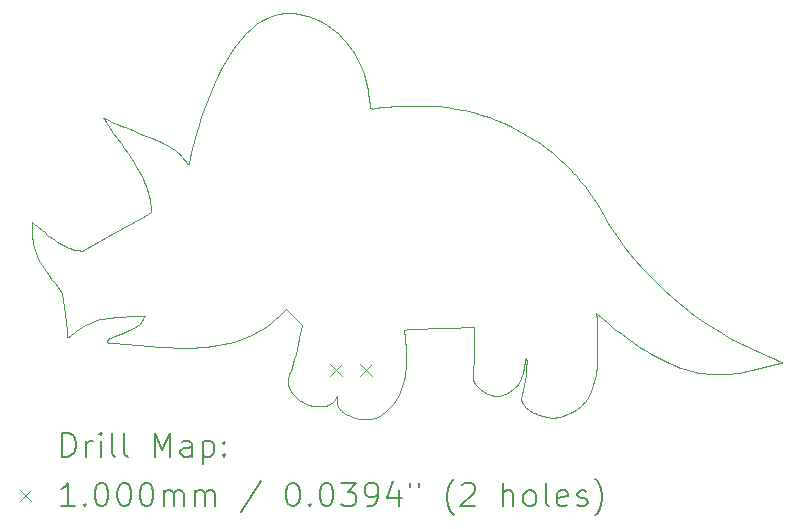
<source format=gbr>
%TF.GenerationSoftware,KiCad,Pcbnew,8.0.6+1*%
%TF.CreationDate,2024-12-11T00:22:32+00:00*%
%TF.ProjectId,Dino-Blinker,44696e6f-2d42-46c6-996e-6b65722e6b69,rev?*%
%TF.SameCoordinates,Original*%
%TF.FileFunction,Drillmap*%
%TF.FilePolarity,Positive*%
%FSLAX45Y45*%
G04 Gerber Fmt 4.5, Leading zero omitted, Abs format (unit mm)*
G04 Created by KiCad (PCBNEW 8.0.6+1) date 2024-12-11 00:22:32*
%MOMM*%
%LPD*%
G01*
G04 APERTURE LIST*
%ADD10C,0.100000*%
%ADD11C,0.200000*%
G04 APERTURE END LIST*
D10*
X13462000Y-8255000D02*
X13478352Y-8255809D01*
X13494752Y-8257134D01*
X13511147Y-8258973D01*
X13527483Y-8261320D01*
X13543706Y-8264174D01*
X13559763Y-8267530D01*
X13575599Y-8271384D01*
X13591161Y-8275734D01*
X13606395Y-8280576D01*
X13648213Y-8296055D01*
X13688528Y-8313706D01*
X13727311Y-8333499D01*
X13764535Y-8355404D01*
X13800170Y-8379392D01*
X13834189Y-8405434D01*
X13866563Y-8433501D01*
X13897264Y-8463561D01*
X13926263Y-8495588D01*
X13953532Y-8529549D01*
X13979043Y-8565417D01*
X14002768Y-8603162D01*
X14024677Y-8642754D01*
X14044742Y-8684163D01*
X14062937Y-8727361D01*
X14079230Y-8772318D01*
X14088127Y-8801322D01*
X14096927Y-8834410D01*
X14105298Y-8869896D01*
X14112905Y-8906098D01*
X14119417Y-8941329D01*
X14124500Y-8973906D01*
X14127821Y-9002144D01*
X14128717Y-9014110D01*
X14129048Y-9024360D01*
X14129098Y-9032179D01*
X14129281Y-9038998D01*
X14129466Y-9042046D01*
X14129738Y-9044860D01*
X14130113Y-9047445D01*
X14130610Y-9049807D01*
X14131246Y-9051951D01*
X14132039Y-9053883D01*
X14133006Y-9055608D01*
X14134165Y-9057131D01*
X14135534Y-9058457D01*
X14137131Y-9059592D01*
X14138972Y-9060542D01*
X14141077Y-9061311D01*
X14143461Y-9061906D01*
X14146144Y-9062331D01*
X14149142Y-9062591D01*
X14152474Y-9062693D01*
X14156157Y-9062641D01*
X14160208Y-9062442D01*
X14164646Y-9062099D01*
X14169488Y-9061619D01*
X14180454Y-9060268D01*
X14193247Y-9058433D01*
X14224883Y-9053477D01*
X14249746Y-9050086D01*
X14278774Y-9047108D01*
X14346908Y-9042400D01*
X14424445Y-9039379D01*
X14506545Y-9038071D01*
X14588369Y-9038502D01*
X14665077Y-9040698D01*
X14731831Y-9044684D01*
X14759962Y-9047357D01*
X14783790Y-9050488D01*
X14857581Y-9063306D01*
X14929802Y-9078426D01*
X15000464Y-9095852D01*
X15069577Y-9115589D01*
X15137153Y-9137643D01*
X15203200Y-9162018D01*
X15267730Y-9188721D01*
X15330753Y-9217754D01*
X15392280Y-9249125D01*
X15452321Y-9282838D01*
X15510886Y-9318897D01*
X15567986Y-9357308D01*
X15623632Y-9398077D01*
X15677834Y-9441208D01*
X15730602Y-9486705D01*
X15781946Y-9534576D01*
X15806644Y-9558815D01*
X15830173Y-9582570D01*
X15852642Y-9605977D01*
X15874155Y-9629177D01*
X15894822Y-9652305D01*
X15914747Y-9675500D01*
X15934037Y-9698900D01*
X15952800Y-9722643D01*
X15971142Y-9746867D01*
X15989169Y-9771709D01*
X16006989Y-9797307D01*
X16024707Y-9823801D01*
X16042431Y-9851326D01*
X16060268Y-9880022D01*
X16096705Y-9941476D01*
X16159060Y-10044656D01*
X16225178Y-10144481D01*
X16295012Y-10240912D01*
X16368520Y-10333911D01*
X16445657Y-10423441D01*
X16526379Y-10509464D01*
X16610642Y-10591941D01*
X16698403Y-10670835D01*
X16789617Y-10746107D01*
X16884239Y-10817721D01*
X16982227Y-10885637D01*
X17083536Y-10949818D01*
X17188122Y-11010227D01*
X17295941Y-11066825D01*
X17406949Y-11119574D01*
X17521102Y-11168436D01*
X17541453Y-11176801D01*
X17560212Y-11184736D01*
X17576985Y-11192058D01*
X17591378Y-11198584D01*
X17602996Y-11204131D01*
X17611445Y-11208516D01*
X17616331Y-11211556D01*
X17617314Y-11212514D01*
X17617420Y-11212843D01*
X17617259Y-11213067D01*
X17602609Y-11217832D01*
X17569946Y-11226743D01*
X17471653Y-11251775D01*
X17364528Y-11277706D01*
X17320824Y-11287742D01*
X17290718Y-11294081D01*
X17266586Y-11298279D01*
X17241842Y-11301919D01*
X17216592Y-11305000D01*
X17190941Y-11307524D01*
X17164996Y-11309490D01*
X17138862Y-11310898D01*
X17086456Y-11312040D01*
X17034571Y-11310949D01*
X17009090Y-11309566D01*
X16984057Y-11307624D01*
X16959579Y-11305125D01*
X16935762Y-11302067D01*
X16912712Y-11298450D01*
X16890535Y-11294275D01*
X16847033Y-11284135D01*
X16802404Y-11271356D01*
X16756711Y-11255974D01*
X16710019Y-11238026D01*
X16662391Y-11217549D01*
X16613889Y-11194579D01*
X16564578Y-11169152D01*
X16514521Y-11141306D01*
X16463780Y-11111076D01*
X16412421Y-11078499D01*
X16360505Y-11043612D01*
X16308097Y-11006451D01*
X16255260Y-10967053D01*
X16202057Y-10925454D01*
X16148552Y-10881691D01*
X16094808Y-10835800D01*
X16046529Y-10793709D01*
X16051393Y-10845496D01*
X16054163Y-10889123D01*
X16055947Y-10946712D01*
X16056784Y-11013003D01*
X16056711Y-11082735D01*
X16055768Y-11150647D01*
X16053995Y-11211477D01*
X16051428Y-11259966D01*
X16048108Y-11290851D01*
X16042965Y-11315840D01*
X16036217Y-11343474D01*
X16028233Y-11372577D01*
X16019382Y-11401976D01*
X16010034Y-11430494D01*
X16000557Y-11456959D01*
X15991321Y-11480193D01*
X15986909Y-11490233D01*
X15982695Y-11499024D01*
X15978619Y-11506669D01*
X15974131Y-11514281D01*
X15969249Y-11521851D01*
X15963985Y-11529368D01*
X15958357Y-11536822D01*
X15952380Y-11544202D01*
X15939436Y-11558698D01*
X15925277Y-11572773D01*
X15910025Y-11586344D01*
X15893802Y-11599327D01*
X15876731Y-11611638D01*
X15858933Y-11623193D01*
X15840532Y-11633909D01*
X15821648Y-11643702D01*
X15802406Y-11652488D01*
X15782926Y-11660184D01*
X15763332Y-11666705D01*
X15743745Y-11671969D01*
X15733993Y-11674103D01*
X15724288Y-11675891D01*
X15709962Y-11678119D01*
X15703515Y-11678972D01*
X15697436Y-11679648D01*
X15691643Y-11680144D01*
X15686055Y-11680458D01*
X15680589Y-11680588D01*
X15675165Y-11680531D01*
X15669699Y-11680286D01*
X15664111Y-11679850D01*
X15658318Y-11679221D01*
X15652239Y-11678396D01*
X15645792Y-11677374D01*
X15638896Y-11676152D01*
X15623427Y-11673099D01*
X15606378Y-11669270D01*
X15589761Y-11664934D01*
X15573622Y-11660115D01*
X15558007Y-11654841D01*
X15542961Y-11649136D01*
X15528533Y-11643025D01*
X15514766Y-11636534D01*
X15501708Y-11629690D01*
X15489405Y-11622516D01*
X15477903Y-11615039D01*
X15467248Y-11607285D01*
X15457486Y-11599278D01*
X15448663Y-11591045D01*
X15440826Y-11582610D01*
X15434021Y-11574000D01*
X15428294Y-11565239D01*
X15424782Y-11559104D01*
X15421737Y-11553394D01*
X15419159Y-11547975D01*
X15418045Y-11545332D01*
X15417048Y-11542711D01*
X15416167Y-11540096D01*
X15415403Y-11537470D01*
X15414756Y-11534815D01*
X15414224Y-11532115D01*
X15413810Y-11529354D01*
X15413511Y-11526514D01*
X15413329Y-11523579D01*
X15413264Y-11520532D01*
X15413314Y-11517356D01*
X15413481Y-11514034D01*
X15413764Y-11510550D01*
X15414164Y-11506887D01*
X15415310Y-11498955D01*
X15416921Y-11490105D01*
X15418995Y-11480203D01*
X15421533Y-11469113D01*
X15424534Y-11456702D01*
X15427998Y-11442835D01*
X15436281Y-11405578D01*
X15443610Y-11364278D01*
X15449739Y-11321509D01*
X15454419Y-11279850D01*
X15457402Y-11241875D01*
X15458440Y-11210161D01*
X15458153Y-11197457D01*
X15457286Y-11187285D01*
X15455809Y-11179965D01*
X15454833Y-11177476D01*
X15453692Y-11175822D01*
X15453435Y-11175652D01*
X15453160Y-11175635D01*
X15452868Y-11175767D01*
X15452559Y-11176044D01*
X15452234Y-11176464D01*
X15451894Y-11177022D01*
X15451172Y-11178541D01*
X15450400Y-11180574D01*
X15449584Y-11183094D01*
X15448732Y-11186073D01*
X15447850Y-11189485D01*
X15446945Y-11193301D01*
X15446024Y-11197494D01*
X15445093Y-11202038D01*
X15444159Y-11206905D01*
X15443229Y-11212067D01*
X15442309Y-11217498D01*
X15441407Y-11223170D01*
X15440529Y-11229055D01*
X15438380Y-11243008D01*
X15436017Y-11256577D01*
X15433445Y-11269749D01*
X15430670Y-11282509D01*
X15427694Y-11294846D01*
X15424524Y-11306744D01*
X15421163Y-11318190D01*
X15417617Y-11329171D01*
X15413890Y-11339672D01*
X15409986Y-11349681D01*
X15405910Y-11359184D01*
X15401667Y-11368167D01*
X15397262Y-11376616D01*
X15392698Y-11384518D01*
X15387982Y-11391859D01*
X15383116Y-11398625D01*
X15373811Y-11410099D01*
X15363875Y-11420982D01*
X15353367Y-11431244D01*
X15342347Y-11440856D01*
X15330873Y-11449787D01*
X15319006Y-11458008D01*
X15306804Y-11465490D01*
X15294327Y-11472202D01*
X15281634Y-11478114D01*
X15268785Y-11483197D01*
X15255838Y-11487422D01*
X15242854Y-11490757D01*
X15229892Y-11493174D01*
X15217011Y-11494643D01*
X15204270Y-11495134D01*
X15197971Y-11495003D01*
X15191729Y-11494617D01*
X15178845Y-11493026D01*
X15165749Y-11490411D01*
X15152537Y-11486834D01*
X15139304Y-11482354D01*
X15126147Y-11477035D01*
X15113162Y-11470938D01*
X15100444Y-11464123D01*
X15088091Y-11456654D01*
X15076198Y-11448591D01*
X15064860Y-11439995D01*
X15054175Y-11430929D01*
X15044238Y-11421454D01*
X15035145Y-11411631D01*
X15026992Y-11401522D01*
X15019875Y-11391188D01*
X15013891Y-11380692D01*
X15011578Y-11376080D01*
X15009559Y-11371791D01*
X15007827Y-11367662D01*
X15007066Y-11365607D01*
X15006373Y-11363530D01*
X15005748Y-11361413D01*
X15005190Y-11359234D01*
X15004698Y-11356973D01*
X15004270Y-11354610D01*
X15003906Y-11352124D01*
X15003605Y-11349495D01*
X15003365Y-11346703D01*
X15003187Y-11343728D01*
X15003068Y-11340549D01*
X15003008Y-11337145D01*
X15003061Y-11329583D01*
X15003337Y-11320881D01*
X15003829Y-11310875D01*
X15004529Y-11299403D01*
X15005429Y-11286302D01*
X15007798Y-11254563D01*
X15010741Y-11206477D01*
X15013145Y-11148964D01*
X15014761Y-11089244D01*
X15015344Y-11034536D01*
X15015304Y-10913820D01*
X14967348Y-10913966D01*
X14931243Y-10914783D01*
X14868388Y-10916898D01*
X14697804Y-10923742D01*
X14532823Y-10930585D01*
X14447332Y-10933517D01*
X14438450Y-10933638D01*
X14434809Y-10933776D01*
X14431665Y-10933989D01*
X14428990Y-10934294D01*
X14426754Y-10934707D01*
X14425792Y-10934959D01*
X14424930Y-10935245D01*
X14424163Y-10935567D01*
X14423489Y-10935926D01*
X14422904Y-10936326D01*
X14422404Y-10936767D01*
X14421986Y-10937253D01*
X14421647Y-10937784D01*
X14421382Y-10938365D01*
X14421188Y-10938995D01*
X14421062Y-10939678D01*
X14421000Y-10940416D01*
X14421055Y-10942065D01*
X14421324Y-10943958D01*
X14421779Y-10946113D01*
X14422393Y-10948546D01*
X14423350Y-10953867D01*
X14424562Y-10963335D01*
X14425978Y-10976423D01*
X14427551Y-10992601D01*
X14430965Y-11032107D01*
X14434412Y-11077619D01*
X14436811Y-11118271D01*
X14438117Y-11157139D01*
X14438313Y-11194307D01*
X14437382Y-11229857D01*
X14435306Y-11263869D01*
X14432067Y-11296426D01*
X14427649Y-11327611D01*
X14422034Y-11357504D01*
X14415204Y-11386189D01*
X14407142Y-11413745D01*
X14397831Y-11440257D01*
X14387253Y-11465805D01*
X14375391Y-11490472D01*
X14362227Y-11514339D01*
X14347745Y-11537488D01*
X14331926Y-11560002D01*
X14325415Y-11568491D01*
X14318573Y-11576865D01*
X14311420Y-11585109D01*
X14303974Y-11593204D01*
X14296254Y-11601137D01*
X14288281Y-11608889D01*
X14280073Y-11616445D01*
X14271649Y-11623788D01*
X14263028Y-11630903D01*
X14254230Y-11637772D01*
X14245274Y-11644380D01*
X14236179Y-11650711D01*
X14226965Y-11656747D01*
X14217650Y-11662473D01*
X14208253Y-11667872D01*
X14198795Y-11672929D01*
X14190337Y-11676812D01*
X14180886Y-11680302D01*
X14170559Y-11683393D01*
X14159474Y-11686078D01*
X14147748Y-11688350D01*
X14135498Y-11690201D01*
X14122841Y-11691626D01*
X14109895Y-11692617D01*
X14096777Y-11693166D01*
X14083603Y-11693268D01*
X14070492Y-11692915D01*
X14057561Y-11692101D01*
X14044926Y-11690818D01*
X14032706Y-11689059D01*
X14021017Y-11686818D01*
X14009976Y-11684087D01*
X14009972Y-11684087D01*
X14000194Y-11681152D01*
X13990288Y-11677780D01*
X13980321Y-11674007D01*
X13970358Y-11669872D01*
X13960462Y-11665413D01*
X13950700Y-11660666D01*
X13941136Y-11655670D01*
X13931836Y-11650463D01*
X13922865Y-11645082D01*
X13914287Y-11639565D01*
X13906168Y-11633949D01*
X13898573Y-11628272D01*
X13891567Y-11622573D01*
X13885215Y-11616888D01*
X13879582Y-11611255D01*
X13874733Y-11605713D01*
X13871516Y-11601673D01*
X13868654Y-11597916D01*
X13866125Y-11594374D01*
X13863911Y-11590976D01*
X13861991Y-11587655D01*
X13861134Y-11586000D01*
X13860343Y-11584339D01*
X13859616Y-11582662D01*
X13858949Y-11580960D01*
X13858341Y-11579226D01*
X13857788Y-11577450D01*
X13857289Y-11575623D01*
X13856840Y-11573737D01*
X13856084Y-11569754D01*
X13855500Y-11565430D01*
X13855068Y-11560697D01*
X13854768Y-11555485D01*
X13854580Y-11549724D01*
X13854483Y-11543347D01*
X13854456Y-11536282D01*
X13854415Y-11522740D01*
X13854230Y-11512577D01*
X13854060Y-11508685D01*
X13853824Y-11505547D01*
X13853513Y-11503130D01*
X13853117Y-11501404D01*
X13852884Y-11500791D01*
X13852627Y-11500339D01*
X13852343Y-11500044D01*
X13852032Y-11499903D01*
X13851693Y-11499911D01*
X13851324Y-11500066D01*
X13850492Y-11500797D01*
X13849526Y-11502066D01*
X13848417Y-11503842D01*
X13845730Y-11508791D01*
X13842637Y-11514484D01*
X13839381Y-11519953D01*
X13835961Y-11525196D01*
X13832376Y-11530216D01*
X13828625Y-11535011D01*
X13824708Y-11539583D01*
X13820623Y-11543931D01*
X13816369Y-11548057D01*
X13811946Y-11551960D01*
X13807351Y-11555641D01*
X13802585Y-11559101D01*
X13797646Y-11562340D01*
X13792533Y-11565357D01*
X13787246Y-11568154D01*
X13781782Y-11570731D01*
X13776142Y-11573089D01*
X13770324Y-11575227D01*
X13764327Y-11577146D01*
X13758151Y-11578847D01*
X13751794Y-11580330D01*
X13745254Y-11581595D01*
X13738533Y-11582643D01*
X13731627Y-11583473D01*
X13724536Y-11584088D01*
X13717260Y-11584486D01*
X13709797Y-11584668D01*
X13702146Y-11584635D01*
X13694306Y-11584387D01*
X13686277Y-11583925D01*
X13678057Y-11583248D01*
X13669645Y-11582358D01*
X13661040Y-11581254D01*
X13649638Y-11579490D01*
X13638646Y-11577419D01*
X13628028Y-11575024D01*
X13617752Y-11572289D01*
X13607784Y-11569196D01*
X13598089Y-11565731D01*
X13588634Y-11561875D01*
X13579385Y-11557613D01*
X13570308Y-11552928D01*
X13561369Y-11547803D01*
X13552534Y-11542222D01*
X13543770Y-11536169D01*
X13535042Y-11529626D01*
X13526317Y-11522578D01*
X13517561Y-11515008D01*
X13508740Y-11506899D01*
X13495864Y-11494206D01*
X13484258Y-11481670D01*
X13473912Y-11469265D01*
X13464820Y-11456961D01*
X13456973Y-11444734D01*
X13453515Y-11438640D01*
X13450364Y-11432554D01*
X13447521Y-11426474D01*
X13444984Y-11420396D01*
X13442753Y-11414316D01*
X13440826Y-11408231D01*
X13439203Y-11402138D01*
X13437882Y-11396034D01*
X13436863Y-11389914D01*
X13436144Y-11383776D01*
X13435724Y-11377616D01*
X13435603Y-11371430D01*
X13435779Y-11365216D01*
X13436252Y-11358970D01*
X13437021Y-11352688D01*
X13438084Y-11346368D01*
X13439440Y-11340005D01*
X13441089Y-11333596D01*
X13443030Y-11327139D01*
X13445261Y-11320629D01*
X13450591Y-11307438D01*
X13455461Y-11295943D01*
X13460476Y-11283099D01*
X13470856Y-11253686D01*
X13481556Y-11219836D01*
X13492397Y-11182191D01*
X13503205Y-11141387D01*
X13513802Y-11098065D01*
X13524013Y-11052865D01*
X13533661Y-11006424D01*
X13555344Y-10897283D01*
X13487885Y-10829094D01*
X13420426Y-10760905D01*
X13361394Y-10817081D01*
X13328336Y-10847171D01*
X13294356Y-10875378D01*
X13259397Y-10901725D01*
X13223400Y-10926234D01*
X13186307Y-10948931D01*
X13148059Y-10969837D01*
X13108598Y-10988976D01*
X13067866Y-11006372D01*
X13025804Y-11022047D01*
X12982354Y-11036026D01*
X12937457Y-11048331D01*
X12891056Y-11058986D01*
X12843091Y-11068014D01*
X12793504Y-11075438D01*
X12742238Y-11081282D01*
X12689233Y-11085569D01*
X12645075Y-11087862D01*
X12599111Y-11088955D01*
X12549299Y-11088773D01*
X12493595Y-11087238D01*
X12429958Y-11084272D01*
X12356347Y-11079800D01*
X12270718Y-11073744D01*
X12171030Y-11066027D01*
X11954403Y-11048773D01*
X11939608Y-11047528D01*
X11933507Y-11046926D01*
X11928198Y-11046308D01*
X11923626Y-11045654D01*
X11919738Y-11044943D01*
X11916478Y-11044152D01*
X11913792Y-11043261D01*
X11911626Y-11042248D01*
X11909926Y-11041091D01*
X11909233Y-11040453D01*
X11908636Y-11039770D01*
X11907703Y-11038263D01*
X11907072Y-11036549D01*
X11906688Y-11034606D01*
X11906498Y-11032413D01*
X11906447Y-11029949D01*
X11906479Y-11028741D01*
X11906581Y-11027570D01*
X11906763Y-11026429D01*
X11907034Y-11025314D01*
X11907402Y-11024220D01*
X11907876Y-11023141D01*
X11908467Y-11022072D01*
X11909182Y-11021007D01*
X11910032Y-11019942D01*
X11911024Y-11018872D01*
X11912169Y-11017790D01*
X11913475Y-11016693D01*
X11914952Y-11015574D01*
X11916607Y-11014428D01*
X11918452Y-11013250D01*
X11920494Y-11012035D01*
X11922743Y-11010778D01*
X11925208Y-11009473D01*
X11927898Y-11008116D01*
X11930821Y-11006700D01*
X11933988Y-11005221D01*
X11937408Y-11003673D01*
X11945039Y-11000351D01*
X11953789Y-10996691D01*
X11963730Y-10992652D01*
X11974934Y-10988193D01*
X11987475Y-10983270D01*
X12024222Y-10968510D01*
X12058172Y-10954050D01*
X12089022Y-10940043D01*
X12116469Y-10926644D01*
X12140209Y-10914008D01*
X12159940Y-10902288D01*
X12168206Y-10896820D01*
X12175356Y-10891639D01*
X12181352Y-10886764D01*
X12186156Y-10882215D01*
X12187966Y-10880253D01*
X12189830Y-10878097D01*
X12191733Y-10875768D01*
X12193662Y-10873287D01*
X12195602Y-10870676D01*
X12197539Y-10867958D01*
X12199459Y-10865154D01*
X12201349Y-10862287D01*
X12203193Y-10859376D01*
X12204978Y-10856446D01*
X12206690Y-10853517D01*
X12208315Y-10850611D01*
X12209838Y-10847750D01*
X12211246Y-10844956D01*
X12212524Y-10842251D01*
X12213658Y-10839656D01*
X12223915Y-10815102D01*
X12182590Y-10818005D01*
X12159237Y-10819392D01*
X12126201Y-10821022D01*
X12087878Y-10822693D01*
X12048660Y-10824200D01*
X12011307Y-10825985D01*
X11975741Y-10828644D01*
X11941847Y-10832217D01*
X11909510Y-10836745D01*
X11878611Y-10842268D01*
X11849036Y-10848827D01*
X11820669Y-10856462D01*
X11793393Y-10865213D01*
X11767091Y-10875122D01*
X11741648Y-10886228D01*
X11716948Y-10898572D01*
X11692875Y-10912194D01*
X11669312Y-10927135D01*
X11646143Y-10943436D01*
X11623252Y-10961136D01*
X11600522Y-10980277D01*
X11597322Y-10983034D01*
X11594212Y-10985623D01*
X11591208Y-10988034D01*
X11588326Y-10990257D01*
X11585583Y-10992283D01*
X11582994Y-10994103D01*
X11580576Y-10995707D01*
X11578344Y-10997085D01*
X11576315Y-10998228D01*
X11574505Y-10999126D01*
X11572930Y-10999770D01*
X11571606Y-11000150D01*
X11570549Y-11000257D01*
X11570126Y-11000205D01*
X11569776Y-11000082D01*
X11569500Y-10999885D01*
X11569301Y-10999614D01*
X11569181Y-10999267D01*
X11569142Y-10998844D01*
X11567531Y-10980808D01*
X11563117Y-10938321D01*
X11548579Y-10805386D01*
X11527976Y-10620885D01*
X11461397Y-10537496D01*
X11434894Y-10503764D01*
X11410781Y-10471883D01*
X11388964Y-10441636D01*
X11369349Y-10412804D01*
X11351841Y-10385172D01*
X11336348Y-10358520D01*
X11322774Y-10332631D01*
X11311026Y-10307289D01*
X11301009Y-10282276D01*
X11292631Y-10257374D01*
X11285797Y-10232366D01*
X11280412Y-10207034D01*
X11276383Y-10181161D01*
X11273617Y-10154530D01*
X11272018Y-10126922D01*
X11271493Y-10098122D01*
X11271447Y-10026565D01*
X11291670Y-10040965D01*
X11297109Y-10045008D01*
X11304843Y-10051003D01*
X11325758Y-10067689D01*
X11351540Y-10088701D01*
X11379314Y-10111718D01*
X11401548Y-10130059D01*
X11422620Y-10146920D01*
X11442647Y-10162363D01*
X11461742Y-10176449D01*
X11480022Y-10189241D01*
X11497601Y-10200799D01*
X11514595Y-10211186D01*
X11531118Y-10220464D01*
X11547287Y-10228693D01*
X11563216Y-10235936D01*
X11579021Y-10242254D01*
X11594816Y-10247710D01*
X11610717Y-10252364D01*
X11626840Y-10256278D01*
X11643299Y-10259515D01*
X11660210Y-10262136D01*
X11695092Y-10266875D01*
X11931408Y-10136246D01*
X12224220Y-9973904D01*
X12280716Y-9942190D01*
X12276244Y-9890148D01*
X12273117Y-9861638D01*
X12268601Y-9833150D01*
X12262624Y-9804535D01*
X12255117Y-9775648D01*
X12246011Y-9746342D01*
X12235235Y-9716471D01*
X12222718Y-9685888D01*
X12208392Y-9654447D01*
X12192185Y-9622001D01*
X12174029Y-9588403D01*
X12153852Y-9553508D01*
X12131585Y-9517168D01*
X12107158Y-9479237D01*
X12080501Y-9439569D01*
X12051544Y-9398017D01*
X12020217Y-9354434D01*
X11960349Y-9271330D01*
X11914009Y-9205089D01*
X11896985Y-9179858D01*
X11884630Y-9160724D01*
X11877373Y-9148313D01*
X11875790Y-9144824D01*
X11875643Y-9143251D01*
X11875856Y-9143128D01*
X11876183Y-9143065D01*
X11876622Y-9143061D01*
X11877169Y-9143116D01*
X11878576Y-9143393D01*
X11880381Y-9143887D01*
X11882557Y-9144588D01*
X11885080Y-9145485D01*
X11887926Y-9146569D01*
X11891069Y-9147829D01*
X11898150Y-9150836D01*
X11906124Y-9154426D01*
X11914793Y-9158518D01*
X11923959Y-9163031D01*
X11943605Y-9172609D01*
X11966028Y-9182944D01*
X11992212Y-9194446D01*
X12023143Y-9207525D01*
X12059805Y-9222592D01*
X12103183Y-9240055D01*
X12214025Y-9283813D01*
X12286798Y-9313394D01*
X12319384Y-9327553D01*
X12349598Y-9341394D01*
X12377562Y-9354994D01*
X12403398Y-9368431D01*
X12427229Y-9381782D01*
X12449175Y-9395124D01*
X12469360Y-9408536D01*
X12487904Y-9422094D01*
X12504930Y-9435875D01*
X12520559Y-9449958D01*
X12534913Y-9464419D01*
X12548115Y-9479336D01*
X12560286Y-9494787D01*
X12571548Y-9510848D01*
X12573436Y-9513640D01*
X12575316Y-9516300D01*
X12577176Y-9518817D01*
X12579005Y-9521180D01*
X12580791Y-9523377D01*
X12582522Y-9525396D01*
X12584186Y-9527226D01*
X12585773Y-9528856D01*
X12587270Y-9530274D01*
X12588665Y-9531468D01*
X12589948Y-9532427D01*
X12591106Y-9533139D01*
X12592127Y-9533593D01*
X12592583Y-9533720D01*
X12593001Y-9533778D01*
X12593379Y-9533766D01*
X12593715Y-9533682D01*
X12594009Y-9533524D01*
X12594258Y-9533293D01*
X12594766Y-9532485D01*
X12595378Y-9531162D01*
X12596085Y-9529353D01*
X12596880Y-9527087D01*
X12598698Y-9521305D01*
X12600768Y-9514056D01*
X12603022Y-9505577D01*
X12605397Y-9496107D01*
X12607826Y-9485884D01*
X12610243Y-9475148D01*
X12618978Y-9437164D01*
X12629478Y-9394722D01*
X12641415Y-9349002D01*
X12654459Y-9301186D01*
X12668283Y-9252454D01*
X12682558Y-9203987D01*
X12696954Y-9156967D01*
X12711143Y-9112574D01*
X12742265Y-9022071D01*
X12774800Y-8936285D01*
X12808704Y-8855277D01*
X12843932Y-8779106D01*
X12880437Y-8707831D01*
X12918175Y-8641514D01*
X12957101Y-8580212D01*
X12997170Y-8523987D01*
X13038336Y-8472897D01*
X13080553Y-8427003D01*
X13123778Y-8386364D01*
X13167964Y-8351040D01*
X13213066Y-8321092D01*
X13259039Y-8296577D01*
X13305839Y-8277557D01*
X13353418Y-8264091D01*
X13367923Y-8261187D01*
X13382853Y-8258824D01*
X13398155Y-8256998D01*
X13413774Y-8255707D01*
X13429657Y-8254945D01*
X13445751Y-8254711D01*
X13462000Y-8255000D01*
D11*
D10*
X13796000Y-11225000D02*
X13896000Y-11325000D01*
X13896000Y-11225000D02*
X13796000Y-11325000D01*
X14050000Y-11225000D02*
X14150000Y-11325000D01*
X14150000Y-11225000D02*
X14050000Y-11325000D01*
D11*
X11527224Y-12009752D02*
X11527224Y-11809752D01*
X11527224Y-11809752D02*
X11574843Y-11809752D01*
X11574843Y-11809752D02*
X11603414Y-11819276D01*
X11603414Y-11819276D02*
X11622462Y-11838323D01*
X11622462Y-11838323D02*
X11631986Y-11857371D01*
X11631986Y-11857371D02*
X11641509Y-11895466D01*
X11641509Y-11895466D02*
X11641509Y-11924038D01*
X11641509Y-11924038D02*
X11631986Y-11962133D01*
X11631986Y-11962133D02*
X11622462Y-11981180D01*
X11622462Y-11981180D02*
X11603414Y-12000228D01*
X11603414Y-12000228D02*
X11574843Y-12009752D01*
X11574843Y-12009752D02*
X11527224Y-12009752D01*
X11727224Y-12009752D02*
X11727224Y-11876419D01*
X11727224Y-11914514D02*
X11736747Y-11895466D01*
X11736747Y-11895466D02*
X11746271Y-11885942D01*
X11746271Y-11885942D02*
X11765319Y-11876419D01*
X11765319Y-11876419D02*
X11784367Y-11876419D01*
X11851033Y-12009752D02*
X11851033Y-11876419D01*
X11851033Y-11809752D02*
X11841509Y-11819276D01*
X11841509Y-11819276D02*
X11851033Y-11828800D01*
X11851033Y-11828800D02*
X11860557Y-11819276D01*
X11860557Y-11819276D02*
X11851033Y-11809752D01*
X11851033Y-11809752D02*
X11851033Y-11828800D01*
X11974843Y-12009752D02*
X11955795Y-12000228D01*
X11955795Y-12000228D02*
X11946271Y-11981180D01*
X11946271Y-11981180D02*
X11946271Y-11809752D01*
X12079605Y-12009752D02*
X12060557Y-12000228D01*
X12060557Y-12000228D02*
X12051033Y-11981180D01*
X12051033Y-11981180D02*
X12051033Y-11809752D01*
X12308176Y-12009752D02*
X12308176Y-11809752D01*
X12308176Y-11809752D02*
X12374843Y-11952609D01*
X12374843Y-11952609D02*
X12441509Y-11809752D01*
X12441509Y-11809752D02*
X12441509Y-12009752D01*
X12622462Y-12009752D02*
X12622462Y-11904990D01*
X12622462Y-11904990D02*
X12612938Y-11885942D01*
X12612938Y-11885942D02*
X12593890Y-11876419D01*
X12593890Y-11876419D02*
X12555795Y-11876419D01*
X12555795Y-11876419D02*
X12536747Y-11885942D01*
X12622462Y-12000228D02*
X12603414Y-12009752D01*
X12603414Y-12009752D02*
X12555795Y-12009752D01*
X12555795Y-12009752D02*
X12536747Y-12000228D01*
X12536747Y-12000228D02*
X12527224Y-11981180D01*
X12527224Y-11981180D02*
X12527224Y-11962133D01*
X12527224Y-11962133D02*
X12536747Y-11943085D01*
X12536747Y-11943085D02*
X12555795Y-11933561D01*
X12555795Y-11933561D02*
X12603414Y-11933561D01*
X12603414Y-11933561D02*
X12622462Y-11924038D01*
X12717700Y-11876419D02*
X12717700Y-12076419D01*
X12717700Y-11885942D02*
X12736747Y-11876419D01*
X12736747Y-11876419D02*
X12774843Y-11876419D01*
X12774843Y-11876419D02*
X12793890Y-11885942D01*
X12793890Y-11885942D02*
X12803414Y-11895466D01*
X12803414Y-11895466D02*
X12812938Y-11914514D01*
X12812938Y-11914514D02*
X12812938Y-11971657D01*
X12812938Y-11971657D02*
X12803414Y-11990704D01*
X12803414Y-11990704D02*
X12793890Y-12000228D01*
X12793890Y-12000228D02*
X12774843Y-12009752D01*
X12774843Y-12009752D02*
X12736747Y-12009752D01*
X12736747Y-12009752D02*
X12717700Y-12000228D01*
X12898652Y-11990704D02*
X12908176Y-12000228D01*
X12908176Y-12000228D02*
X12898652Y-12009752D01*
X12898652Y-12009752D02*
X12889128Y-12000228D01*
X12889128Y-12000228D02*
X12898652Y-11990704D01*
X12898652Y-11990704D02*
X12898652Y-12009752D01*
X12898652Y-11885942D02*
X12908176Y-11895466D01*
X12908176Y-11895466D02*
X12898652Y-11904990D01*
X12898652Y-11904990D02*
X12889128Y-11895466D01*
X12889128Y-11895466D02*
X12898652Y-11885942D01*
X12898652Y-11885942D02*
X12898652Y-11904990D01*
D10*
X11166447Y-12288268D02*
X11266447Y-12388268D01*
X11266447Y-12288268D02*
X11166447Y-12388268D01*
D11*
X11631986Y-12429752D02*
X11517700Y-12429752D01*
X11574843Y-12429752D02*
X11574843Y-12229752D01*
X11574843Y-12229752D02*
X11555795Y-12258323D01*
X11555795Y-12258323D02*
X11536747Y-12277371D01*
X11536747Y-12277371D02*
X11517700Y-12286895D01*
X11717700Y-12410704D02*
X11727224Y-12420228D01*
X11727224Y-12420228D02*
X11717700Y-12429752D01*
X11717700Y-12429752D02*
X11708176Y-12420228D01*
X11708176Y-12420228D02*
X11717700Y-12410704D01*
X11717700Y-12410704D02*
X11717700Y-12429752D01*
X11851033Y-12229752D02*
X11870081Y-12229752D01*
X11870081Y-12229752D02*
X11889128Y-12239276D01*
X11889128Y-12239276D02*
X11898652Y-12248800D01*
X11898652Y-12248800D02*
X11908176Y-12267847D01*
X11908176Y-12267847D02*
X11917700Y-12305942D01*
X11917700Y-12305942D02*
X11917700Y-12353561D01*
X11917700Y-12353561D02*
X11908176Y-12391657D01*
X11908176Y-12391657D02*
X11898652Y-12410704D01*
X11898652Y-12410704D02*
X11889128Y-12420228D01*
X11889128Y-12420228D02*
X11870081Y-12429752D01*
X11870081Y-12429752D02*
X11851033Y-12429752D01*
X11851033Y-12429752D02*
X11831986Y-12420228D01*
X11831986Y-12420228D02*
X11822462Y-12410704D01*
X11822462Y-12410704D02*
X11812938Y-12391657D01*
X11812938Y-12391657D02*
X11803414Y-12353561D01*
X11803414Y-12353561D02*
X11803414Y-12305942D01*
X11803414Y-12305942D02*
X11812938Y-12267847D01*
X11812938Y-12267847D02*
X11822462Y-12248800D01*
X11822462Y-12248800D02*
X11831986Y-12239276D01*
X11831986Y-12239276D02*
X11851033Y-12229752D01*
X12041509Y-12229752D02*
X12060557Y-12229752D01*
X12060557Y-12229752D02*
X12079605Y-12239276D01*
X12079605Y-12239276D02*
X12089128Y-12248800D01*
X12089128Y-12248800D02*
X12098652Y-12267847D01*
X12098652Y-12267847D02*
X12108176Y-12305942D01*
X12108176Y-12305942D02*
X12108176Y-12353561D01*
X12108176Y-12353561D02*
X12098652Y-12391657D01*
X12098652Y-12391657D02*
X12089128Y-12410704D01*
X12089128Y-12410704D02*
X12079605Y-12420228D01*
X12079605Y-12420228D02*
X12060557Y-12429752D01*
X12060557Y-12429752D02*
X12041509Y-12429752D01*
X12041509Y-12429752D02*
X12022462Y-12420228D01*
X12022462Y-12420228D02*
X12012938Y-12410704D01*
X12012938Y-12410704D02*
X12003414Y-12391657D01*
X12003414Y-12391657D02*
X11993890Y-12353561D01*
X11993890Y-12353561D02*
X11993890Y-12305942D01*
X11993890Y-12305942D02*
X12003414Y-12267847D01*
X12003414Y-12267847D02*
X12012938Y-12248800D01*
X12012938Y-12248800D02*
X12022462Y-12239276D01*
X12022462Y-12239276D02*
X12041509Y-12229752D01*
X12231986Y-12229752D02*
X12251033Y-12229752D01*
X12251033Y-12229752D02*
X12270081Y-12239276D01*
X12270081Y-12239276D02*
X12279605Y-12248800D01*
X12279605Y-12248800D02*
X12289128Y-12267847D01*
X12289128Y-12267847D02*
X12298652Y-12305942D01*
X12298652Y-12305942D02*
X12298652Y-12353561D01*
X12298652Y-12353561D02*
X12289128Y-12391657D01*
X12289128Y-12391657D02*
X12279605Y-12410704D01*
X12279605Y-12410704D02*
X12270081Y-12420228D01*
X12270081Y-12420228D02*
X12251033Y-12429752D01*
X12251033Y-12429752D02*
X12231986Y-12429752D01*
X12231986Y-12429752D02*
X12212938Y-12420228D01*
X12212938Y-12420228D02*
X12203414Y-12410704D01*
X12203414Y-12410704D02*
X12193890Y-12391657D01*
X12193890Y-12391657D02*
X12184367Y-12353561D01*
X12184367Y-12353561D02*
X12184367Y-12305942D01*
X12184367Y-12305942D02*
X12193890Y-12267847D01*
X12193890Y-12267847D02*
X12203414Y-12248800D01*
X12203414Y-12248800D02*
X12212938Y-12239276D01*
X12212938Y-12239276D02*
X12231986Y-12229752D01*
X12384367Y-12429752D02*
X12384367Y-12296419D01*
X12384367Y-12315466D02*
X12393890Y-12305942D01*
X12393890Y-12305942D02*
X12412938Y-12296419D01*
X12412938Y-12296419D02*
X12441509Y-12296419D01*
X12441509Y-12296419D02*
X12460557Y-12305942D01*
X12460557Y-12305942D02*
X12470081Y-12324990D01*
X12470081Y-12324990D02*
X12470081Y-12429752D01*
X12470081Y-12324990D02*
X12479605Y-12305942D01*
X12479605Y-12305942D02*
X12498652Y-12296419D01*
X12498652Y-12296419D02*
X12527224Y-12296419D01*
X12527224Y-12296419D02*
X12546271Y-12305942D01*
X12546271Y-12305942D02*
X12555795Y-12324990D01*
X12555795Y-12324990D02*
X12555795Y-12429752D01*
X12651033Y-12429752D02*
X12651033Y-12296419D01*
X12651033Y-12315466D02*
X12660557Y-12305942D01*
X12660557Y-12305942D02*
X12679605Y-12296419D01*
X12679605Y-12296419D02*
X12708176Y-12296419D01*
X12708176Y-12296419D02*
X12727224Y-12305942D01*
X12727224Y-12305942D02*
X12736748Y-12324990D01*
X12736748Y-12324990D02*
X12736748Y-12429752D01*
X12736748Y-12324990D02*
X12746271Y-12305942D01*
X12746271Y-12305942D02*
X12765319Y-12296419D01*
X12765319Y-12296419D02*
X12793890Y-12296419D01*
X12793890Y-12296419D02*
X12812938Y-12305942D01*
X12812938Y-12305942D02*
X12822462Y-12324990D01*
X12822462Y-12324990D02*
X12822462Y-12429752D01*
X13212938Y-12220228D02*
X13041510Y-12477371D01*
X13470081Y-12229752D02*
X13489129Y-12229752D01*
X13489129Y-12229752D02*
X13508176Y-12239276D01*
X13508176Y-12239276D02*
X13517700Y-12248800D01*
X13517700Y-12248800D02*
X13527224Y-12267847D01*
X13527224Y-12267847D02*
X13536748Y-12305942D01*
X13536748Y-12305942D02*
X13536748Y-12353561D01*
X13536748Y-12353561D02*
X13527224Y-12391657D01*
X13527224Y-12391657D02*
X13517700Y-12410704D01*
X13517700Y-12410704D02*
X13508176Y-12420228D01*
X13508176Y-12420228D02*
X13489129Y-12429752D01*
X13489129Y-12429752D02*
X13470081Y-12429752D01*
X13470081Y-12429752D02*
X13451033Y-12420228D01*
X13451033Y-12420228D02*
X13441510Y-12410704D01*
X13441510Y-12410704D02*
X13431986Y-12391657D01*
X13431986Y-12391657D02*
X13422462Y-12353561D01*
X13422462Y-12353561D02*
X13422462Y-12305942D01*
X13422462Y-12305942D02*
X13431986Y-12267847D01*
X13431986Y-12267847D02*
X13441510Y-12248800D01*
X13441510Y-12248800D02*
X13451033Y-12239276D01*
X13451033Y-12239276D02*
X13470081Y-12229752D01*
X13622462Y-12410704D02*
X13631986Y-12420228D01*
X13631986Y-12420228D02*
X13622462Y-12429752D01*
X13622462Y-12429752D02*
X13612938Y-12420228D01*
X13612938Y-12420228D02*
X13622462Y-12410704D01*
X13622462Y-12410704D02*
X13622462Y-12429752D01*
X13755795Y-12229752D02*
X13774843Y-12229752D01*
X13774843Y-12229752D02*
X13793891Y-12239276D01*
X13793891Y-12239276D02*
X13803414Y-12248800D01*
X13803414Y-12248800D02*
X13812938Y-12267847D01*
X13812938Y-12267847D02*
X13822462Y-12305942D01*
X13822462Y-12305942D02*
X13822462Y-12353561D01*
X13822462Y-12353561D02*
X13812938Y-12391657D01*
X13812938Y-12391657D02*
X13803414Y-12410704D01*
X13803414Y-12410704D02*
X13793891Y-12420228D01*
X13793891Y-12420228D02*
X13774843Y-12429752D01*
X13774843Y-12429752D02*
X13755795Y-12429752D01*
X13755795Y-12429752D02*
X13736748Y-12420228D01*
X13736748Y-12420228D02*
X13727224Y-12410704D01*
X13727224Y-12410704D02*
X13717700Y-12391657D01*
X13717700Y-12391657D02*
X13708176Y-12353561D01*
X13708176Y-12353561D02*
X13708176Y-12305942D01*
X13708176Y-12305942D02*
X13717700Y-12267847D01*
X13717700Y-12267847D02*
X13727224Y-12248800D01*
X13727224Y-12248800D02*
X13736748Y-12239276D01*
X13736748Y-12239276D02*
X13755795Y-12229752D01*
X13889129Y-12229752D02*
X14012938Y-12229752D01*
X14012938Y-12229752D02*
X13946271Y-12305942D01*
X13946271Y-12305942D02*
X13974843Y-12305942D01*
X13974843Y-12305942D02*
X13993891Y-12315466D01*
X13993891Y-12315466D02*
X14003414Y-12324990D01*
X14003414Y-12324990D02*
X14012938Y-12344038D01*
X14012938Y-12344038D02*
X14012938Y-12391657D01*
X14012938Y-12391657D02*
X14003414Y-12410704D01*
X14003414Y-12410704D02*
X13993891Y-12420228D01*
X13993891Y-12420228D02*
X13974843Y-12429752D01*
X13974843Y-12429752D02*
X13917700Y-12429752D01*
X13917700Y-12429752D02*
X13898652Y-12420228D01*
X13898652Y-12420228D02*
X13889129Y-12410704D01*
X14108176Y-12429752D02*
X14146271Y-12429752D01*
X14146271Y-12429752D02*
X14165319Y-12420228D01*
X14165319Y-12420228D02*
X14174843Y-12410704D01*
X14174843Y-12410704D02*
X14193891Y-12382133D01*
X14193891Y-12382133D02*
X14203414Y-12344038D01*
X14203414Y-12344038D02*
X14203414Y-12267847D01*
X14203414Y-12267847D02*
X14193891Y-12248800D01*
X14193891Y-12248800D02*
X14184367Y-12239276D01*
X14184367Y-12239276D02*
X14165319Y-12229752D01*
X14165319Y-12229752D02*
X14127224Y-12229752D01*
X14127224Y-12229752D02*
X14108176Y-12239276D01*
X14108176Y-12239276D02*
X14098652Y-12248800D01*
X14098652Y-12248800D02*
X14089129Y-12267847D01*
X14089129Y-12267847D02*
X14089129Y-12315466D01*
X14089129Y-12315466D02*
X14098652Y-12334514D01*
X14098652Y-12334514D02*
X14108176Y-12344038D01*
X14108176Y-12344038D02*
X14127224Y-12353561D01*
X14127224Y-12353561D02*
X14165319Y-12353561D01*
X14165319Y-12353561D02*
X14184367Y-12344038D01*
X14184367Y-12344038D02*
X14193891Y-12334514D01*
X14193891Y-12334514D02*
X14203414Y-12315466D01*
X14374843Y-12296419D02*
X14374843Y-12429752D01*
X14327224Y-12220228D02*
X14279605Y-12363085D01*
X14279605Y-12363085D02*
X14403414Y-12363085D01*
X14470081Y-12229752D02*
X14470081Y-12267847D01*
X14546272Y-12229752D02*
X14546272Y-12267847D01*
X14841510Y-12505942D02*
X14831986Y-12496419D01*
X14831986Y-12496419D02*
X14812938Y-12467847D01*
X14812938Y-12467847D02*
X14803414Y-12448800D01*
X14803414Y-12448800D02*
X14793891Y-12420228D01*
X14793891Y-12420228D02*
X14784367Y-12372609D01*
X14784367Y-12372609D02*
X14784367Y-12334514D01*
X14784367Y-12334514D02*
X14793891Y-12286895D01*
X14793891Y-12286895D02*
X14803414Y-12258323D01*
X14803414Y-12258323D02*
X14812938Y-12239276D01*
X14812938Y-12239276D02*
X14831986Y-12210704D01*
X14831986Y-12210704D02*
X14841510Y-12201180D01*
X14908176Y-12248800D02*
X14917700Y-12239276D01*
X14917700Y-12239276D02*
X14936748Y-12229752D01*
X14936748Y-12229752D02*
X14984367Y-12229752D01*
X14984367Y-12229752D02*
X15003414Y-12239276D01*
X15003414Y-12239276D02*
X15012938Y-12248800D01*
X15012938Y-12248800D02*
X15022462Y-12267847D01*
X15022462Y-12267847D02*
X15022462Y-12286895D01*
X15022462Y-12286895D02*
X15012938Y-12315466D01*
X15012938Y-12315466D02*
X14898653Y-12429752D01*
X14898653Y-12429752D02*
X15022462Y-12429752D01*
X15260557Y-12429752D02*
X15260557Y-12229752D01*
X15346272Y-12429752D02*
X15346272Y-12324990D01*
X15346272Y-12324990D02*
X15336748Y-12305942D01*
X15336748Y-12305942D02*
X15317700Y-12296419D01*
X15317700Y-12296419D02*
X15289129Y-12296419D01*
X15289129Y-12296419D02*
X15270081Y-12305942D01*
X15270081Y-12305942D02*
X15260557Y-12315466D01*
X15470081Y-12429752D02*
X15451034Y-12420228D01*
X15451034Y-12420228D02*
X15441510Y-12410704D01*
X15441510Y-12410704D02*
X15431986Y-12391657D01*
X15431986Y-12391657D02*
X15431986Y-12334514D01*
X15431986Y-12334514D02*
X15441510Y-12315466D01*
X15441510Y-12315466D02*
X15451034Y-12305942D01*
X15451034Y-12305942D02*
X15470081Y-12296419D01*
X15470081Y-12296419D02*
X15498653Y-12296419D01*
X15498653Y-12296419D02*
X15517700Y-12305942D01*
X15517700Y-12305942D02*
X15527224Y-12315466D01*
X15527224Y-12315466D02*
X15536748Y-12334514D01*
X15536748Y-12334514D02*
X15536748Y-12391657D01*
X15536748Y-12391657D02*
X15527224Y-12410704D01*
X15527224Y-12410704D02*
X15517700Y-12420228D01*
X15517700Y-12420228D02*
X15498653Y-12429752D01*
X15498653Y-12429752D02*
X15470081Y-12429752D01*
X15651034Y-12429752D02*
X15631986Y-12420228D01*
X15631986Y-12420228D02*
X15622462Y-12401180D01*
X15622462Y-12401180D02*
X15622462Y-12229752D01*
X15803415Y-12420228D02*
X15784367Y-12429752D01*
X15784367Y-12429752D02*
X15746272Y-12429752D01*
X15746272Y-12429752D02*
X15727224Y-12420228D01*
X15727224Y-12420228D02*
X15717700Y-12401180D01*
X15717700Y-12401180D02*
X15717700Y-12324990D01*
X15717700Y-12324990D02*
X15727224Y-12305942D01*
X15727224Y-12305942D02*
X15746272Y-12296419D01*
X15746272Y-12296419D02*
X15784367Y-12296419D01*
X15784367Y-12296419D02*
X15803415Y-12305942D01*
X15803415Y-12305942D02*
X15812938Y-12324990D01*
X15812938Y-12324990D02*
X15812938Y-12344038D01*
X15812938Y-12344038D02*
X15717700Y-12363085D01*
X15889129Y-12420228D02*
X15908176Y-12429752D01*
X15908176Y-12429752D02*
X15946272Y-12429752D01*
X15946272Y-12429752D02*
X15965319Y-12420228D01*
X15965319Y-12420228D02*
X15974843Y-12401180D01*
X15974843Y-12401180D02*
X15974843Y-12391657D01*
X15974843Y-12391657D02*
X15965319Y-12372609D01*
X15965319Y-12372609D02*
X15946272Y-12363085D01*
X15946272Y-12363085D02*
X15917700Y-12363085D01*
X15917700Y-12363085D02*
X15898653Y-12353561D01*
X15898653Y-12353561D02*
X15889129Y-12334514D01*
X15889129Y-12334514D02*
X15889129Y-12324990D01*
X15889129Y-12324990D02*
X15898653Y-12305942D01*
X15898653Y-12305942D02*
X15917700Y-12296419D01*
X15917700Y-12296419D02*
X15946272Y-12296419D01*
X15946272Y-12296419D02*
X15965319Y-12305942D01*
X16041510Y-12505942D02*
X16051034Y-12496419D01*
X16051034Y-12496419D02*
X16070081Y-12467847D01*
X16070081Y-12467847D02*
X16079605Y-12448800D01*
X16079605Y-12448800D02*
X16089129Y-12420228D01*
X16089129Y-12420228D02*
X16098653Y-12372609D01*
X16098653Y-12372609D02*
X16098653Y-12334514D01*
X16098653Y-12334514D02*
X16089129Y-12286895D01*
X16089129Y-12286895D02*
X16079605Y-12258323D01*
X16079605Y-12258323D02*
X16070081Y-12239276D01*
X16070081Y-12239276D02*
X16051034Y-12210704D01*
X16051034Y-12210704D02*
X16041510Y-12201180D01*
M02*

</source>
